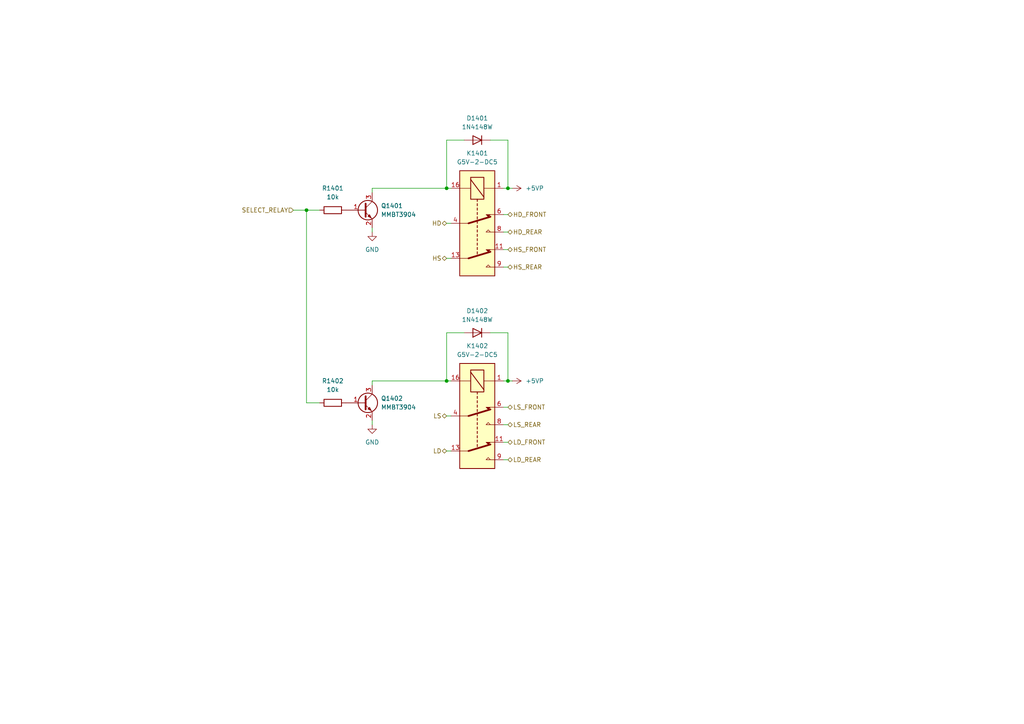
<source format=kicad_sch>
(kicad_sch (version 20250114) (generator "eeschema") (generator_version "9.0")
  (paper "A4")
  (lib_symbols
    (symbol "Device:R" (pin_numbers (hide yes)) (pin_names (offset 0))
      (property "Reference" "R" (at 2.032 0 90))
      (property "Value" "R" (at 0 0 90))
      (symbol "R_0_1"
        (rectangle (start -1.016 -2.54) (end 1.016 2.54) (stroke (width 0.254)))
      )
      (symbol "R_1_1"
        (pin passive line (at 0 3.81 270) (length 1.27) (name "~") (number "1"))
        (pin passive line (at 0 -3.81 90) (length 1.27) (name "~") (number "2"))
      )
    )
    (symbol "Diode:1N4148W" (pin_numbers (hide yes)) (pin_names (hide yes))
      (property "Reference" "D" (at 0 2.54 0))
      (property "Value" "1N4148W" (at 0 -2.54 0))
      (symbol "1N4148W_0_1"
        (polyline (pts (xy -1.27 1.27) (xy -1.27 -1.27)) (stroke (width 0.254)))
        (polyline (pts (xy 1.27 1.27) (xy 1.27 -1.27) (xy -1.27 0) (xy 1.27 1.27)) (stroke (width 0.254)))
        (polyline (pts (xy 1.27 0) (xy -1.27 0)))
      )
      (symbol "1N4148W_1_1"
        (pin passive line (at -3.81 0 0) (length 2.54) (name "K") (number "1"))
        (pin passive line (at 3.81 0 180) (length 2.54) (name "A") (number "2"))
      )
    )
    (symbol "Relay:G5V-2"
      (property "Reference" "K" (at 16.51 3.81 0))
      (property "Value" "G5V-2" (at 16.51 1.27 0))
      (symbol "G5V-2_0_1"
        (rectangle (start -15.24 5.08) (end 15.24 -5.08) (stroke (width 0.254)) (fill (type background)))
        (rectangle (start -13.335 1.905) (end -6.985 -1.905) (stroke (width 0.254)))
        (polyline (pts (xy -12.7 -1.905) (xy -7.62 1.905)) (stroke (width 0.254)))
        (polyline (pts (xy -10.16 5.08) (xy -10.16 1.905)))
        (polyline (pts (xy -10.16 -5.08) (xy -10.16 -1.905)))
        (polyline (pts (xy -6.985 0) (xy -6.35 0)) (stroke (width 0.254)))
        (polyline (pts (xy -5.715 0) (xy -5.08 0)) (stroke (width 0.254)))
        (polyline (pts (xy -4.445 0) (xy -3.81 0)) (stroke (width 0.254)))
        (polyline (pts (xy -3.175 0) (xy -2.54 0)) (stroke (width 0.254)))
        (polyline (pts (xy -2.54 5.08) (xy -2.54 2.54) (xy -1.905 3.175) (xy -2.54 3.81)) (fill (type outline)))
        (polyline (pts (xy -1.905 0) (xy -1.27 0)) (stroke (width 0.254)))
        (polyline (pts (xy -0.635 0) (xy 0 0)) (stroke (width 0.254)))
        (polyline (pts (xy 0 -2.54) (xy -1.905 3.81)) (stroke (width 0.508)))
        (polyline (pts (xy 0 -2.54) (xy 0 -5.08)))
        (polyline (pts (xy 0.635 0) (xy 1.27 0)) (stroke (width 0.254)))
        (polyline (pts (xy 1.905 0) (xy 2.54 0)) (stroke (width 0.254)))
        (polyline (pts (xy 2.54 5.08) (xy 2.54 2.54) (xy 1.905 3.175) (xy 2.54 3.81)))
        (polyline (pts (xy 3.175 0) (xy 3.81 0)) (stroke (width 0.254)))
        (polyline (pts (xy 4.445 0) (xy 5.08 0)) (stroke (width 0.254)))
        (polyline (pts (xy 5.715 0) (xy 6.35 0)) (stroke (width 0.254)))
        (polyline (pts (xy 6.985 0) (xy 7.62 0)) (stroke (width 0.254)))
        (polyline (pts (xy 7.62 5.08) (xy 7.62 2.54) (xy 8.255 3.175) (xy 7.62 3.81)) (fill (type outline)))
        (polyline (pts (xy 8.255 0) (xy 8.89 0)) (stroke (width 0.254)))
        (polyline (pts (xy 10.16 -2.54) (xy 8.255 3.81)) (stroke (width 0.508)))
        (polyline (pts (xy 10.16 -2.54) (xy 10.16 -5.08)))
        (polyline (pts (xy 12.7 5.08) (xy 12.7 2.54) (xy 12.065 3.175) (xy 12.7 3.81)))
      )
      (symbol "G5V-2_1_1"
        (pin passive line (at -10.16 7.62 270) (length 2.54) (name "~") (number "1"))
        (pin passive line (at -10.16 -7.62 90) (length 2.54) (name "~") (number "16"))
        (pin passive line (at -2.54 7.62 270) (length 2.54) (name "~") (number "6"))
        (pin passive line (at 0 -7.62 90) (length 2.54) (name "~") (number "4"))
        (pin passive line (at 2.54 7.62 270) (length 2.54) (name "~") (number "8"))
        (pin passive line (at 7.62 7.62 270) (length 2.54) (name "~") (number "11"))
        (pin passive line (at 10.16 -7.62 90) (length 2.54) (name "~") (number "13"))
        (pin passive line (at 12.7 7.62 270) (length 2.54) (name "~") (number "9"))
      )
    )
    (symbol "Transistor_BJT:MMBT3904" (pin_names (offset 0) (hide yes))
      (property "Reference" "Q" (at 5.08 1.905 0))
      (property "Value" "MMBT3904" (at 5.08 0 0))
      (symbol "MMBT3904_0_1"
        (polyline (pts (xy 0.635 1.905) (xy 0.635 -1.905) (xy 0.635 -1.905)) (stroke (width 0.508)))
        (polyline (pts (xy 0.635 0.635) (xy 2.54 2.54)))
        (polyline (pts (xy 0.635 -0.635) (xy 2.54 -2.54) (xy 2.54 -2.54)))
        (circle (center 1.27 0) (radius 2.8194) (stroke (width 0.254)))
        (polyline (pts (xy 1.27 -1.778) (xy 1.778 -1.27) (xy 2.286 -2.286) (xy 1.27 -1.778) (xy 1.27 -1.778)) (fill (type outline)))
      )
      (symbol "MMBT3904_1_1"
        (pin input line (at -5.08 0 0) (length 5.715) (name "B") (number "1"))
        (pin passive line (at 2.54 5.08 270) (length 2.54) (name "C") (number "3"))
        (pin passive line (at 2.54 -5.08 90) (length 2.54) (name "E") (number "2"))
      )
    )
    (symbol "power:+5VP" (power) (pin_numbers (hide yes)) (pin_names (offset 0) (hide yes))
      (property "Value" "+5VP" (at 0 3.556 0))
      (symbol "+5VP_0_1"
        (polyline (pts (xy -0.762 1.27) (xy 0 2.54)))
        (polyline (pts (xy 0 2.54) (xy 0.762 1.27)))
        (polyline (pts (xy 0 0) (xy 0 2.54)))
      )
      (symbol "+5VP_1_1"
        (pin power_in line (at 0 0 90) (length 0) (name "~") (number "1"))
      )
    )
    (symbol "power:GND" (power) (pin_numbers (hide yes)) (pin_names (offset 0) (hide yes))
      (property "Value" "GND" (at 0 -3.81 0))
      (symbol "GND_0_1"
        (polyline (pts (xy 0 0) (xy 0 -1.27) (xy 1.27 -1.27) (xy 0 -2.54) (xy -1.27 -1.27) (xy 0 -1.27)))
      )
      (symbol "GND_1_1"
        (pin power_in line (at 0 0 270) (length 0) (name "~") (number "1"))
      )
    )
  )
  (junction (at 88.9 60.96))
  (junction (at 147.32 54.61))
  (junction (at 147.32 110.49))
  (junction (at 129.54 54.61))
  (junction (at 129.54 110.49))
  (wire (pts (xy 107.95 110.49) (xy 129.54 110.49)))
  (wire (pts (xy 129.54 64.77) (xy 130.81 64.77)))
  (wire (pts (xy 146.05 123.19) (xy 147.32 123.19)))
  (wire (pts (xy 147.32 54.61) (xy 146.05 54.61)))
  (wire (pts (xy 147.32 110.49) (xy 146.05 110.49)))
  (wire (pts (xy 142.24 96.52) (xy 147.32 96.52)))
  (wire (pts (xy 147.32 110.49) (xy 148.59 110.49)))
  (wire (pts (xy 147.32 54.61) (xy 148.59 54.61)))
  (wire (pts (xy 146.05 72.39) (xy 147.32 72.39)))
  (wire (pts (xy 146.05 67.31) (xy 147.32 67.31)))
  (wire (pts (xy 146.05 133.35) (xy 147.32 133.35)))
  (wire (pts (xy 107.95 110.49) (xy 107.95 111.76)))
  (wire (pts (xy 129.54 130.81) (xy 130.81 130.81)))
  (wire (pts (xy 88.9 60.96) (xy 92.71 60.96)))
  (wire (pts (xy 88.9 116.84) (xy 92.71 116.84)))
  (wire (pts (xy 147.32 40.64) (xy 147.32 54.61)))
  (wire (pts (xy 146.05 128.27) (xy 147.32 128.27)))
  (wire (pts (xy 146.05 62.23) (xy 147.32 62.23)))
  (wire (pts (xy 129.54 54.61) (xy 129.54 40.64)))
  (wire (pts (xy 85.09 60.96) (xy 88.9 60.96)))
  (wire (pts (xy 146.05 77.47) (xy 147.32 77.47)))
  (wire (pts (xy 107.95 54.61) (xy 129.54 54.61)))
  (wire (pts (xy 129.54 74.93) (xy 130.81 74.93)))
  (wire (pts (xy 146.05 118.11) (xy 147.32 118.11)))
  (wire (pts (xy 107.95 67.31) (xy 107.95 66.04)))
  (wire (pts (xy 107.95 123.19) (xy 107.95 121.92)))
  (wire (pts (xy 130.81 54.61) (xy 129.54 54.61)))
  (wire (pts (xy 130.81 110.49) (xy 129.54 110.49)))
  (wire (pts (xy 129.54 40.64) (xy 134.62 40.64)))
  (wire (pts (xy 88.9 60.96) (xy 88.9 116.84)))
  (wire (pts (xy 129.54 96.52) (xy 134.62 96.52)))
  (wire (pts (xy 129.54 110.49) (xy 129.54 96.52)))
  (wire (pts (xy 147.32 96.52) (xy 147.32 110.49)))
  (wire (pts (xy 107.95 54.61) (xy 107.95 55.88)))
  (wire (pts (xy 142.24 40.64) (xy 147.32 40.64)))
  (wire (pts (xy 129.54 120.65) (xy 130.81 120.65)))
  (hierarchical_label "LD_REAR" (shape bidirectional) (at 147.32 133.35 0))
  (hierarchical_label "HS_FRONT" (shape bidirectional) (at 147.32 72.39 0))
  (hierarchical_label "LS" (shape bidirectional) (at 129.54 120.65 180))
  (hierarchical_label "LD" (shape bidirectional) (at 129.54 130.81 180))
  (hierarchical_label "LD_FRONT" (shape bidirectional) (at 147.32 128.27 0))
  (hierarchical_label "HD_FRONT" (shape bidirectional) (at 147.32 62.23 0))
  (hierarchical_label "LS_REAR" (shape bidirectional) (at 147.32 123.19 0))
  (hierarchical_label "HS_REAR" (shape bidirectional) (at 147.32 77.47 0))
  (hierarchical_label "HD" (shape bidirectional) (at 129.54 64.77 180))
  (hierarchical_label "HS" (shape bidirectional) (at 129.54 74.93 180))
  (hierarchical_label "SELECT_RELAY" (shape input) (at 85.09 60.96 180))
  (hierarchical_label "LS_FRONT" (shape bidirectional) (at 147.32 118.11 0))
  (hierarchical_label "HD_REAR" (shape bidirectional) (at 147.32 67.31 0))
  (symbol (lib_id "Transistor_BJT:MMBT3904") (at 105.41 116.84 0) (unit 1)
    (property "Reference" "Q1402" (at 110.49 115.5699 0) (effects (justify left)))
    (property "Value" "MMBT3904" (at 110.49 118.1099 0) (effects (justify left)))
    (property "Footprint" "Package_TO_SOT_SMD:SOT-23" (effects (hide yes)))
    (property "Datasheet" "https://www.onsemi.com/pdf/datasheet/pzt3904-d.pdf" (effects (hide yes)))
    (property "Description" "0.2A Ic, 40V Vce, Small Signal NPN Transistor, SOT-23" (effects (hide yes)))
  )
  (symbol (lib_id "Transistor_BJT:MMBT3904") (at 105.41 60.96 0) (unit 1)
    (property "Reference" "Q1401" (at 110.49 59.6899 0) (effects (justify left)))
    (property "Value" "MMBT3904" (at 110.49 62.2299 0) (effects (justify left)))
    (property "Footprint" "Package_TO_SOT_SMD:SOT-23" (effects (hide yes)))
    (property "Datasheet" "https://www.onsemi.com/pdf/datasheet/pzt3904-d.pdf" (effects (hide yes)))
    (property "Description" "0.2A Ic, 40V Vce, Small Signal NPN Transistor, SOT-23" (effects (hide yes)))
  )
  (symbol (lib_id "Diode:1N4148W") (at 138.43 96.52 180) (unit 1)
    (property "Reference" "D1402" (at 138.43 90.17 0))
    (property "Value" "1N4148W" (at 138.43 92.71 0))
    (property "Footprint" "Diode_SMD:D_SOD-123" (effects (hide yes)))
    (property "Datasheet" "https://www.vishay.com/docs/85748/1n4148w.pdf" (effects (hide yes)))
    (property "Description" "75V 0.15A Fast Switching Diode, SOD-123" (effects (hide yes)))
    (property "Sim.Device" "D" (effects (hide yes)))
    (property "Sim.Pins" "1=K 2=A" (effects (hide yes)))
  )
  (symbol (lib_id "Device:R") (at 96.52 116.84 90) (unit 1)
    (property "Reference" "R1402" (at 96.52 110.49 90))
    (property "Value" "10k" (at 96.52 113.03 90))
    (property "Footprint" "Resistor_SMD:R_0603_1608Metric_Pad0.98x0.95mm_HandSolder" (effects (hide yes)))
    (property "Description" "Resistor" (effects (hide yes)))
  )
  (symbol (lib_id "power:GND") (at 107.95 67.31 0) (unit 1)
    (property "Reference" "#PWR01401" (effects (hide yes)))
    (property "Value" "GND" (at 107.95 72.39 0))
    (property "Description" "Power symbol creates a global label with name \"GND\" , ground" (effects (hide yes)))
  )
  (symbol (lib_id "power:+5VP") (at 148.59 110.49 270) (unit 1)
    (property "Reference" "#PWR01404" (effects (hide yes)))
    (property "Value" "+5VP" (at 152.4 110.4899 90) (effects (justify left)))
    (property "Description" "Power symbol creates a global label with name \"+5VP\"" (effects (hide yes)))
  )
  (symbol (lib_id "Relay:G5V-2") (at 138.43 64.77 270) (unit 1)
    (property "Reference" "K1401" (at 138.43 44.45 90))
    (property "Value" "G5V-2-DC5" (at 138.43 46.99 90))
    (property "Footprint" "Relay_THT:Relay_DPDT_Omron_G5V-2" (effects (hide yes)))
    (property "Datasheet" "http://omronfs.omron.com/en_US/ecb/products/pdf/en-g5v_2.pdf" (effects (hide yes)))
    (property "Description" "Relay Miniature Omron DPDT" (effects (hide yes)))
  )
  (symbol (lib_id "Relay:G5V-2") (at 138.43 120.65 270) (unit 1)
    (property "Reference" "K1402" (at 138.43 100.33 90))
    (property "Value" "G5V-2-DC5" (at 138.43 102.87 90))
    (property "Footprint" "Relay_THT:Relay_DPDT_Omron_G5V-2" (effects (hide yes)))
    (property "Datasheet" "http://omronfs.omron.com/en_US/ecb/products/pdf/en-g5v_2.pdf" (effects (hide yes)))
    (property "Description" "Relay Miniature Omron DPDT" (effects (hide yes)))
  )
  (symbol (lib_id "power:+5VP") (at 148.59 54.61 270) (unit 1)
    (property "Reference" "#PWR01403" (effects (hide yes)))
    (property "Value" "+5VP" (at 152.4 54.6099 90) (effects (justify left)))
    (property "Description" "Power symbol creates a global label with name \"+5VP\"" (effects (hide yes)))
  )
  (symbol (lib_id "Diode:1N4148W") (at 138.43 40.64 180) (unit 1)
    (property "Reference" "D1401" (at 138.43 34.29 0))
    (property "Value" "1N4148W" (at 138.43 36.83 0))
    (property "Footprint" "Diode_SMD:D_SOD-123" (effects (hide yes)))
    (property "Datasheet" "https://www.vishay.com/docs/85748/1n4148w.pdf" (effects (hide yes)))
    (property "Description" "75V 0.15A Fast Switching Diode, SOD-123" (effects (hide yes)))
    (property "Sim.Device" "D" (effects (hide yes)))
    (property "Sim.Pins" "1=K 2=A" (effects (hide yes)))
  )
  (symbol (lib_id "power:GND") (at 107.95 123.19 0) (unit 1)
    (property "Reference" "#PWR01402" (effects (hide yes)))
    (property "Value" "GND" (at 107.95 128.27 0))
    (property "Description" "Power symbol creates a global label with name \"GND\" , ground" (effects (hide yes)))
  )
  (symbol (lib_id "Device:R") (at 96.52 60.96 90) (unit 1)
    (property "Reference" "R1401" (at 96.52 54.61 90))
    (property "Value" "10k" (at 96.52 57.15 90))
    (property "Footprint" "Resistor_SMD:R_0603_1608Metric_Pad0.98x0.95mm_HandSolder" (effects (hide yes)))
    (property "Description" "Resistor" (effects (hide yes)))
  )
)
</source>
